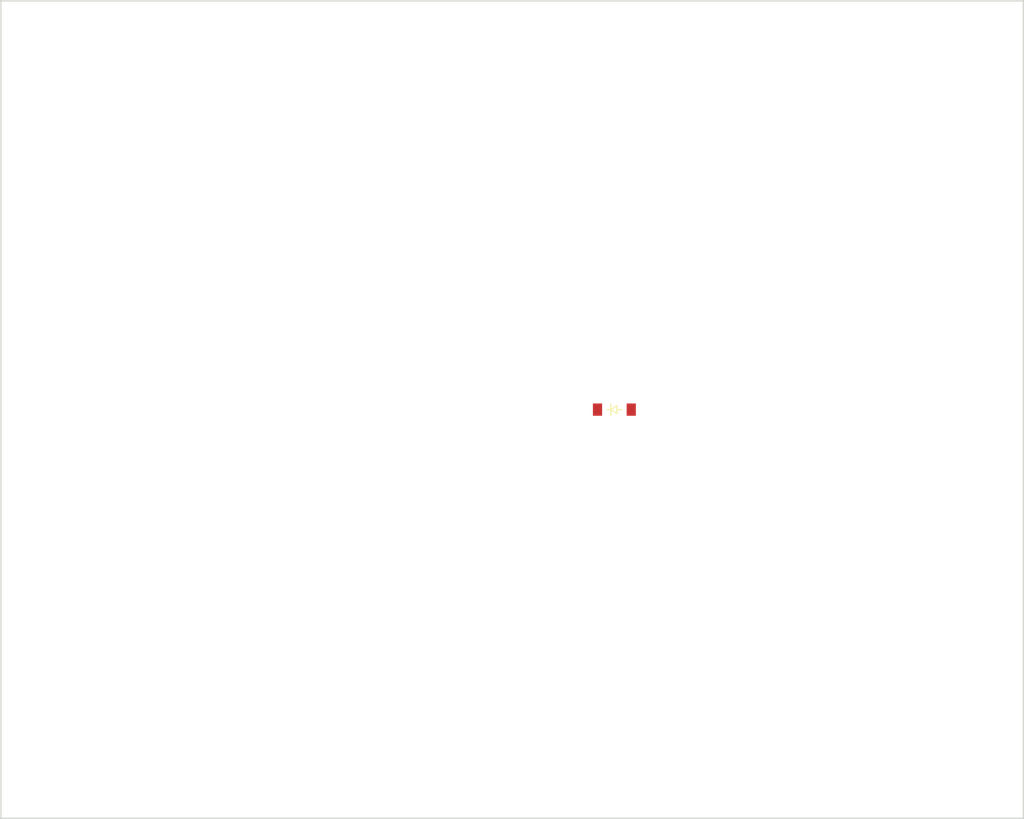
<source format=kicad_pcb>
(kicad_pcb (version 20240108) (generator "ergogen") (generator_version "4.2.0")
  (title_block (title "pcb") (date "2025-10-15") (rev "v0.0") (company "Ergogen Tests"))
  (layers (0 "F.Cu" signal) (31 "B.Cu" signal) (34 "B.Paste" user) (35 "F.Paste" user) (36 "B.SilkS" user "B.Silkscreen") (37 "F.SilkS" user "F.Silkscreen") (38 "B.Mask" user) (39 "F.Mask" user) (44 "Edge.Cuts" user))
  (net 0 "")
  (net 1 "NET1")
  (net 2 "NET2")
  (footprint "ceoloide:mounting_hole_npth" (layer "F.Cu") (at 0 0 0)
    (property "Reference" "MH1" hide)
    (pad "" np_thru_hole circle (at 0 0 0) (size 2.2 2.2) (drill 2.2) (layers "*.Cu" "*.Mask"))
  )
  (footprint "ceoloide:diode_tht_sod123" (layer "F.Cu") (at 10 0 0)
    (property "Reference" "D1" hide)
    (fp_line (start 0.25 0) (end 0.75 0) (layer "F.SilkS") (stroke (width 0.1)))
    (fp_line (start 0.25 0.4) (end -0.35 0) (layer "F.SilkS") (stroke (width 0.1)))
    (fp_line (start 0.25 -0.4) (end 0.25 0.4) (layer "F.SilkS") (stroke (width 0.1)))
    (fp_line (start -0.35 0) (end 0.25 -0.4) (layer "F.SilkS") (stroke (width 0.1)))
    (fp_line (start -0.35 0) (end -0.35 0.55) (layer "F.SilkS") (stroke (width 0.1)))
    (fp_line (start -0.35 0) (end -0.35 -0.55) (layer "F.SilkS") (stroke (width 0.1)))
    (fp_line (start -0.75 0) (end -0.35 0) (layer "F.SilkS") (stroke (width 0.1)))
    (pad "1" smd rect (at -1.65 0 0) (size 0.9 1.2) (layers "F.Cu" "F.Paste" "F.Mask") (net 2 "NET2"))
    (pad "2" smd rect (at 1.65 0 0) (size 0.9 1.2) (layers "F.Cu" "F.Paste" "F.Mask") (net 1 "NET1"))
  )
  (gr_line (start -50 40) (end 50 40) (layer Edge.Cuts) (stroke (width 0.15)))
  (gr_line (start 50 40) (end 50 -40) (layer Edge.Cuts) (stroke (width 0.15)))
  (gr_line (start -50 -40) (end 50 -40) (layer Edge.Cuts) (stroke (width 0.15)))
  (gr_line (start -50 -40) (end -50 40) (layer Edge.Cuts) (stroke (width 0.15)))
)
</source>
